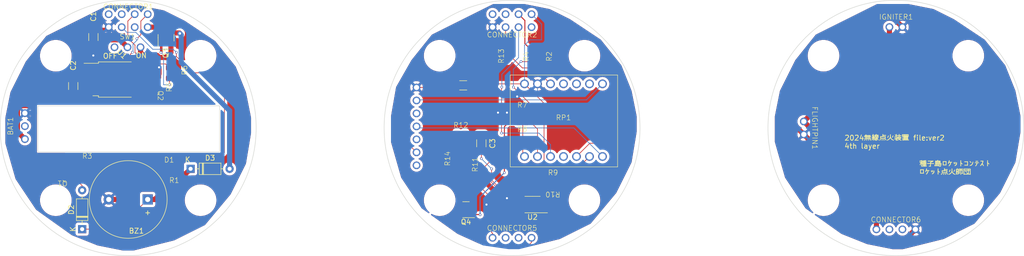
<source format=kicad_pcb>
(kicad_pcb (version 20221018) (generator pcbnew)
  (layers (0 "F.Cu" signal) (31 "B.Cu" power) (34 "B.Paste" user) (35 "F.Paste" user) (36 "B.SilkS" user "B.Silkscreen") (37 "F.SilkS" user "F.Silkscreen") (38 "B.Mask" user) (39 "F.Mask" user) (44 "Edge.Cuts" user))
  (net 0 "")
  (net 1 "Net-(BZ1--)")
  (net 2 "/GND1")
  (net 3 "/BAT+")
  (net 4 "Net-(U2-Vin-)")
  (net 5 "/POW")
  (net 6 "Net-(D1-A)")
  (net 7 "Net-(D2-A)")
  (net 8 "Net-(CONNECTOR5-Pad1)")
  (net 9 "Net-(Q4-D)")
  (net 10 "Net-(Q1-B)")
  (net 11 "Net-(Q2-C)")
  (net 12 "Net-(Q3-G)")
  (net 13 "/BAT1Z")
  (net 14 "Net-(TWE1-VCC)")
  (net 15 "/SDA")
  (net 16 "/SCL")
  (net 19 "/TEST")
  (net 20 "/RX")
  (net 21 "/TX")
  (net 29 "/IGNITE+1")
  (net 30 "Net-(U1-Q)")
  (net 31 "/BAT1")
  (net 32 "/GND2")
  (net 33 "/BAT2")
  (net 34 "Net-(U2-Vbus)")
  (net 35 "Net-(RP1-26)")
  (net 36 "Net-(RP1-27)")
  (net 37 "/IGNITE-2")
  (net 38 "/IGNITE+2")
  (net 39 "/ALART2")
  (net 40 "/3V3_2")
  (net 43 "Net-(CONNECTOR6-Pad1)")
  (net 46 "/GND4")
  (net 47 "/ALART1")
  (net 48 "/3V3_1")
  (net 49 "/Alart1")
  (footprint "screwhole:M3" (layer "F.Cu") (at 135.857864 85.857864 45)
    (fp_text reference "REF**" hide)
    (fp_text value "M3" hide)
  )
  (footprint "2pinconnector:1.05K" (layer "F.Cu") (at 67 107)
    (fp_text reference "R3")
    (fp_text value "1000")
  )
  (footprint "transistors:npn" (layer "F.Cu") (at 61.8796 107.524)
    (fp_text reference "Q1")
    (fp_text value "NPN")
  )
  (footprint "Buzzer_Beeper:Buzzer_15x7.5RM7.6" (layer "F.Cu") (at 78.8 114 180)
    (fp_text reference "BZ1")
    (fp_text value "Buzzer")
  )
  (footprint "screwhole:M3" (layer "F.Cu") (at 60.857864 85.857864 135)
    (fp_text reference "REF**" hide)
    (fp_text value "M3" hide)
  )
  (footprint "2pinconnector:SW" (layer "F.Cu") (at 74.860554 84.2)
    (fp_text reference "SW1")
    (fp_text value "SW_DPDT_x2")
  )
  (footprint "Capacitor_SMD:C_1206_3216Metric_Pad1.33x1.80mm_HandSolder" (layer "F.Cu") (at 144 103 -90)
    (fp_text reference "C3")
    (fp_text value "0.1u")
  )
  (footprint "Package_TO_SOT_SMD:SOT-23" (layer "F.Cu") (at 141 116 180)
    (fp_text reference "Q4")
    (fp_text value "2N7002")
  )
  (footprint "2pinconnector:30mil" (layer "F.Cu") (at 158 110)
    (fp_text reference "R9")
    (fp_text value "10000")
  )
  (footprint "MyConnector:4pin_looseconnector" (layer "F.Cu") (at 225 119.85)
    (fp_text reference "CONNECTOR6")
    (fp_text value "~")
  )
  (footprint "MyConnector:8pin_looseconnector" (layer "F.Cu") (at 150 79)
    (fp_text reference "CONNECTOR2")
    (fp_text value "~")
  )
  (footprint "screwhole:M3" (layer "F.Cu") (at 89.142136 85.857864 135)
    (fp_text reference "REF**" hide)
    (fp_text value "M3" hide)
  )
  (footprint "screwhole:M3" (layer "F.Cu") (at 89.142136 114.142136 135)
    (fp_text reference "REF**" hide)
    (fp_text value "M3" hide)
  )
  (footprint "Package_TO_SOT_SMD:TO-252-3_TabPin2" (layer "F.Cu") (at 72.499 90.518)
    (fp_text reference "U1")
    (fp_text value "LM2940")
  )
  (footprint "MyConnector:4pin_looseconnector" (layer "F.Cu") (at 150 121.5)
    (fp_text reference "CONNECTOR5")
    (fp_text value "~")
  )
  (footprint "2pinconnector:2pin_connector" (layer "F.Cu") (at 207 100 -90)
    (fp_text reference "FLIGHTPIN1")
    (fp_text value "~")
  )
  (footprint "2pinconnector:1.05K" (layer "F.Cu") (at 152 97 180)
    (fp_text reference "R7")
    (fp_text value "1000")
  )
  (footprint "screwhole:M3" (layer "F.Cu") (at 239.142136 114.142136)
    (fp_text reference "REF**" hide)
    (fp_text value "M3" hide)
  )
  (footprint "screwhole:M3" (layer "F.Cu") (at 60.857864 114.142136 135)
    (fp_text reference "REF**" hide)
    (fp_text value "M3" hide)
  )
  (footprint "2pinconnector:30mil" (layer "F.Cu") (at 140 101)
    (fp_text reference "R12")
    (fp_text value "4.7")
  )
  (footprint "Capacitor_SMD:C_1206_3216Metric_Pad1.33x1.80mm_HandSolder" (layer "F.Cu") (at 64.258 91.788 90)
    (fp_text reference "C2")
    (fp_text value "10μF")
  )
  (footprint "transistors:npn" (layer "F.Cu") (at 79.498 91.27365 90)
    (fp_text reference "Q2")
    (fp_text value "NPN")
  )
  (footprint "screwhole:M3" (layer "F.Cu") (at 164.142136 85.857864 45)
    (fp_text reference "REF**" hide)
    (fp_text value "M3" hide)
  )
  (footprint "Package_TO_SOT_SMD:SOT-23" (layer "F.Cu") (at 82.4 82.3375 90)
    (fp_text reference "Q3")
    (fp_text value "AO3401A")
  )
  (footprint "2pinconnector:3pin_connector" (layer "F.Cu") (at 54.812554 99.643429 90)
    (fp_text reference "BAT1")
    (fp_text value "~")
  )
  (footprint "Capacitor_SMD:C_1206_3216Metric_Pad1.33x1.80mm_HandSolder" (layer "F.Cu") (at 140.457 91.661 180)
    (fp_text reference "C4" hide)
    (fp_text value "0.1u" hide)
  )
  (footprint "Diode_THT:D_DO-35_SOD27_P7.62mm_Horizontal" (layer "F.Cu") (at 66 119.81 90)
    (fp_text reference "D2")
    (fp_text value "1N914")
  )
  (footprint "screwhole:M3" (layer "F.Cu") (at 210.857864 114.142136 45)
    (fp_text reference "REF**" hide)
    (fp_text value "M3" hide)
  )
  (footprint "2pinconnector:30mil" (layer "F.Cu") (at 152 99)
    (fp_text reference "R8")
    (fp_text value "100")
  )
  (footprint "2pinconnector:30mil" (layer "F.Cu") (at 84.832 89.248 90)
    (fp_text reference "R6")
    (fp_text value "10000")
  )
  (footprint "2pinconnector:1.05K" (layer "F.Cu") (at 83.054 89.248 90)
    (fp_text reference "R5")
    (fp_text value "510")
  )
  (footprint "screwhole:M3" (layer "F.Cu") (at 210.857864 85.857864 45)
    (fp_text reference "REF**" hide)
    (fp_text value "M3" hide)
  )
  (footprint "2pinconnector:2pin_connector" (layer "F.Cu") (at 225 80.25)
    (fp_text reference "IGNITER1")
    (fp_text value "~")
  )
  (footprint "Diode_THT:D_DO-35_SOD27_P7.62mm_Horizontal" (layer "F.Cu") (at 87.19 108)
    (fp_text reference "D3")
    (fp_text value "1N914")
  )
  (footprint "Capacitor_SMD:C_1206_3216Metric_Pad1.33x1.80mm_HandSolder" (layer "F.Cu") (at 68.2 82.2 90)
    (fp_text reference "C1")
    (fp_text value "10μF")
  )
  (footprint "Package_SO:VSSOP-10_3x3mm_P0.5mm" (layer "F.Cu") (at 154 115 180)
    (fp_text reference "U2")
    (fp_text value "INA226")
  )
  (footprint "screwhole:M3" (layer "F.Cu") (at 164.142136 114.142136 45)
    (fp_text reference "REF**" hide)
    (fp_text value "M3" hide)
  )
  (footprint "LEDS:SML-D12x1" (layer "F.Cu") (at 83 107.4)
    (fp_text reference "D1")
    (fp_text value "LED")
  )
  (footprint "2pinconnector:30mil" (layer "F.Cu") (at 144 109 90)
    (fp_text reference "R11")
    (fp_text value "4.7")
  )
  (footprint "MyConnector:8pin_looseconnector" (layer "F.Cu") (at 75 79)
    (fp_text reference "CONNECTOR1")
    (fp_text value "~")
  )
  (footprint "2pinconnector:30mil" (layer "F.Cu") (at 158 112)
    (fp_text reference "R10")
    (fp_text value "10000")
  )
  (footprint "2pinconnector:SeeedXiaoRP2040" (layer "F.Cu") (at 160.052 98.476)
    (fp_text reference "RP1")
    (fp_text value "~")
  )
  (footprint "2pinconnector:30mil" (layer "F.Cu") (at 156 86 90)
    (fp_text reference "R4")
    (fp_text value "10000")
  )
  (footprint "screwhole:M3" (layer "F.Cu") (at 135.857864 114.142136 45)
    (fp_text reference "REF**" hide)
    (fp_text value "M3" hide)
  )
  (footprint "2pinconnector:1.05K" (layer "F.Cu") (at 154 86 90)
    (fp_text reference "R2")
    (fp_text value "1000")
  )
  (footprint "screwhole:M3" (layer "F.Cu") (at 239.142136 85.857864)
    (fp_text reference "REF**" hide)
    (fp_text value "M3" hide)
  )
  (footprint "2pinconnector:TWELITE" (layer "F.Cu") (at 138.956 99.698 90)
    (fp_text reference "TWE1" hide)
    (fp_text value "~" hide)
  )
  (footprint "2pinconnector:30mil" (layer "F.Cu") (at 84 109)
    (fp_text reference "R1")
    (fp_text value "470")
  )
  (footprint "2pinconnector:0.002" (layer "F.Cu") (at 140 106 90)
    (fp_text reference "R14")
    (fp_text value "0.002")
  )
  (footprint "2pinconnector:30mil" (layer "F.Cu") (at 149 86 90)
    (fp_text reference "R13")
    (fp_text value "10000" hide)
  )
  (gr_circle (center 75 100) (end 57.32233 82.322331) (stroke (width 0.1)) (fill none) (layer "Edge.Cuts"))
  (gr_circle (center 225 100) (end 250 100) (stroke (width 0.1)) (fill none) (layer "Edge.Cuts"))
  (gr_circle (center 150 100) (end 175 100) (stroke (width 0.1)) (fill none) (layer "Edge.Cuts"))
  (gr_poly (pts (xy 92.854446 104.663429) (xy 57.354446 104.663429) (xy 57.354446 95.663429) (xy 92.854446 95.663429)) (stroke (width 0.1)) (fill none) (layer "Edge.Cuts"))
  (gr_text "OFF" (at 70 86.5) (layer "F.SilkS") (effects (font (size 1 1)) (justify left bottom)))
  (gr_text "種子島ロケットコンテスト\nロケット点火師団" (at 229.475 109.22) (layer "F.SilkS") (effects (font (size 1 1)) (justify left bottom)))
  (gr_text "2024無線点火装置 file:ver2\n4th layer" (at 214.87 104.14) (layer "F.SilkS") (effects (font (size 1 1)) (justify left bottom)))
  (gr_text "ON" (at 76.4 86.4) (layer "F.SilkS") (effects (font (size 1 1)) (justify left bottom)))
  (segment (start 80.194002 114) (end 78.8 114) (width 1) (layer "F.Cu") (net 1))
  (segment (start 86.19 109) (end 87.19 108) (width 1) (layer "F.Cu") (net 1))
  (segment (start 66 119.81) (end 72.99 119.81) (width 0.127) (layer "F.Cu") (net 1))
  (segment (start 84.762 109.432002) (end 80.194002 114) (width 1) (layer "F.Cu") (net 1))
  (segment (start 84.762 109) (end 86.19 109) (width 1) (layer "F.Cu") (net 1))
  (segment (start 84.762 109) (end 84.762 109.432002) (width 1) (layer "F.Cu") (net 1))
  (segment (start 72.99 119.81) (end 78.8 114) (width 0.127) (layer "F.Cu") (net 1))
  (segment (start 79.762 114) (end 78.8 114) (width 0.127) (layer "F.Cu") (net 1))
  (segment (start 67.459 86.541) (end 68.181 85.819) (width 1) (layer "F.Cu") (net 2))
  (segment (start 70.8225 80.6375) (end 71.19 80.27) (width 0.5) (layer "F.Cu") (net 2))
  (segment (start 64.258 90.2255) (end 66.2455 88.238) (width 1) (layer "F.Cu") (net 2))
  (segment (start 67.459 88.238) (end 67.459 86.541) (width 1) (layer "F.Cu") (net 2))
  (segment (start 68.2 80.6375) (end 70.8225 80.6375) (width 0.5) (layer "F.Cu") (net 2))
  (segment (start 66.2455 88.238) (end 67.459 88.238) (width 1) (layer "F.Cu") (net 2))
  (segment (start 75.175 114) (end 81.775 107.4) (width 1) (layer "F.Cu") (net 2))
  (segment (start 71.2 114) (end 75.175 114) (width 1) (layer "F.Cu") (net 2))
  (segment (start 81.022 89.39405) (end 81.022 88.2335) (width 1) (layer "F.Cu") (net 2))
  (via (at 68.181 85.819) (size 0.8) (drill 0.4) (layers "F.Cu" "B.Cu") (net 2))
  (via (at 81.022 88.133) (size 0.8) (drill 0.4) (layers "F.Cu" "B.Cu") (net 2))
  (segment (start 64.8 89.2) (end 64.8 87.006897) (width 1) (layer "B.Cu") (net 2))
  (segment (start 68.562 86.2) (end 79.089 86.2) (width 1) (layer "B.Cu") (net 2))
  (segment (start 68.181 85.819) (end 71.19 82.81) (width 1) (layer "B.Cu") (net 2))
  (segment (start 71.19 82.81) (end 71.19 80.27) (width 1) (layer "B.Cu") (net 2))
  (segment (start 79.089 86.2) (end 81.022 88.133) (width 1) (layer "B.Cu") (net 2))
  (segment (start 64.8 87.006897) (end 65.987897 85.819) (width 1) (layer "B.Cu") (net 2))
  (segment (start 56.654446 95.058983) (end 56.75 94.963429) (width 1) (layer "B.Cu") (net 2))
  (segment (start 59.036571 94.963429) (end 64.8 89.2) (width 1) (layer "B.Cu") (net 2))
  (segment (start 56.654446 97.103429) (end 56.654446 95.058983) (width 1) (layer "B.Cu") (net 2))
  (segment (start 68.181 85.819) (end 68.562 86.2) (width 1) (layer "B.Cu") (net 2))
  (segment (start 56.75 94.963429) (end 59.036571 94.963429) (width 1) (layer "B.Cu") (net 2))
  (segment (start 54.812554 97.103429) (end 56.654446 97.103429) (width 1) (layer "B.Cu") (net 2))
  (segment (start 65.987897 85.819) (end 68.181 85.819) (width 1) (layer "B.Cu") (net 2))
  (segment (start 58.15225 93.81025) (end 68.2 83.7625) (width 1) (layer "F.Cu") (net 3))
  (segment (start 65.544 94.713) (end 59.055 94.713) (width 1) (layer "F.Cu") (net 3))
  (segment (start 53.362554 95.637446) (end 56.325054 95.637446) (width 1) (layer "F.Cu") (net 3))
  (segment (start 67.459 92.798) (end 65.544 94.713) (width 1) (layer "F.Cu") (net 3))
  (segment (start 69.2125 82.75) (end 73.410554 82.75) (width 1) (layer "F.Cu") (net 3))
  (segment (start 59.055 94.713) (end 58.15225 93.81025) (width 1) (layer "F.Cu") (net 3))
  (segment (start 54.812554 102.183429) (end 53.362554 100.733429) (width 1) (layer "F.Cu") (net 3))
  (segment (start 53.362554 100.733429) (end 53.362554 95.637446) (width 1) (layer "F.Cu") (net 3))
  (segment (start 68.2 83.7625) (end 69.2125 82.75) (width 1) (layer "F.Cu") (net 3))
  (segment (start 73.410554 82.75) (end 74.860554 84.2) (width 1) (layer "F.Cu") (net 3))
  (segment (start 56.325054 95.637446) (end 58.15225 93.81025) (width 1) (layer "F.Cu") (net 3))
  (segment (start 147.7635 114.683748) (end 148.579752 115.5) (width 0.127) (layer "F.Cu") (net 4))
  (segment (start 146 103.4375) (end 146 106.238) (width 0.127) (layer "F.Cu") (net 4))
  (segment (start 146 106.238) (end 144 108.238) (width 0.127) (layer "F.Cu") (net 4))
  (segment (start 144.326281 108.9985) (end 147.7635 112.435719) (width 0.127) (layer "F.Cu") (net 4))
  (segment (start 144 101.4375) (end 146 103.4375) (width 0.127) (layer "F.Cu") (net 4))
  (segment (start 144 108.238) (end 144 108.9985) (width 0.127) (layer "F.Cu") (net 4))
  (segment (start 144 108.9985) (end 144.326281 108.9985) (width 0.127) (layer "F.Cu") (net 4))
  (segment (start 147.7635 112.435719) (end 147.7635 114.683748) (width 0.127) (layer "F.Cu") (net 4))
  (segment (start 148.579752 115.5) (end 151.8 115.5) (width 0.127) (layer "F.Cu") (net 4))
  (segment (start 152.432 91.364) (end 156.25 95.182) (width 0.127) (layer "F.Cu") (net 5))
  (segment (start 157.238 112) (end 157.238 110) (width 0.127) (layer "F.Cu") (net 5))
  (segment (start 152.432 91.364) (end 142.3165 91.364) (width 0.127) (layer "F.Cu") (net 5))
  (segment (start 142.3165 91.364) (end 142.0195 91.661) (width 0.127) (layer "F.Cu") (net 5))
  (segment (start 151.8 114) (end 153.8 112) (width 0.127) (layer "F.Cu") (net 5))
  (segment (start 156.25 109.012) (end 157.238 110) (width 0.127) (layer "F.Cu") (net 5))
  (segment (start 153.8 112) (end 157.238 112) (width 0.127) (layer "F.Cu") (net 5))
  (segment (start 156.25 95.182) (end 156.25 109.012) (width 0.127) (layer "F.Cu") (net 5))
  (segment (start 152.432 83.818) (end 153.5 82.75) (width 0.127) (layer "B.Cu") (net 5))
  (segment (start 155.75 82.75) (end 155.75 79.67) (width 0.127) (layer "B.Cu") (net 5))
  (segment (start 155.75 79.67) (end 153.81 77.73) (width 0.127) (layer "B.Cu") (net 5))
  (segment (start 153.5 82.75) (end 155.75 82.75) (width 0.127) (layer "B.Cu") (net 5))
  (segment (start 152.432 91.364) (end 152.432 83.818) (width 0.127) (layer "B.Cu") (net 5))
  (segment (start 84.225 108.013) (end 83.238 109) (width 0.127) (layer "F.Cu") (net 6))
  (segment (start 84.225 107.4) (end 84.225 108.013) (width 0.127) (layer "F.Cu") (net 6))
  (segment (start 66 112.19) (end 66 111.2888) (width 0.127) (layer "F.Cu") (net 7))
  (segment (start 66 111.2888) (end 63.7592 109.048) (width 0.127) (layer "F.Cu") (net 7))
  (segment (start 146 120.445) (end 146 113.75) (width 0.127) (layer "F.Cu") (net 8))
  (segment (start 138 105.968) (end 140 103.968) (width 0.127) (layer "F.Cu") (net 8))
  (segment (start 139.238 101) (end 139.238 103.206) (width 0.127) (layer "F.Cu") (net 8))
  (segment (start 146.19 120.635) (end 146.19 121.5) (width 0.127) (layer "F.Cu") (net 8))
  (segment (start 146 120.445) (end 146.19 120.635) (width 0.127) (layer "F.Cu") (net 8))
  (segment (start 139.238 103.206) (end 140 103.968) (width 0.127) (layer "F.Cu") (net 8))
  (segment (start 138 110) (end 138 105.968) (width 0.127) (layer "F.Cu") (net 8))
  (segment (start 138.75 110.75) (end 138 110) (width 0.127) (layer "F.Cu") (net 8))
  (segment (start 143 110.75) (end 138.75 110.75) (width 0.127) (layer "F.Cu") (net 8))
  (segment (start 146 113.75) (end 143 110.75) (width 0.127) (layer "F.Cu") (net 8))
  (segment (start 140.0625 118.0625) (end 140.0625 116) (width 0.127) (layer "F.Cu") (net 9))
  (segment (start 153.81 122.377) (end 153.187 123) (width 0.127) (layer "F.Cu") (net 9))
  (segment (start 153.187 123) (end 145 123) (width 0.127) (layer "F.Cu") (net 9))
  (segment (start 145 123) (end 140.0625 118.0625) (width 0.127) (layer "F.Cu") (net 9))
  (segment (start 153.81 121.5) (end 153.81 122.377) (width 0.127) (layer "F.Cu") (net 9))
  (segment (start 65.984 107) (end 64.984 106) (width 0.127) (layer "F.Cu") (net 10))
  (segment (start 64.984 106) (end 63.7592 106) (width 0.127) (layer "F.Cu") (net 10))
  (segment (start 82.292 87.47) (end 83.054 88.232) (width 0.127) (layer "F.Cu") (net 11))
  (segment (start 79.498 89.6163) (end 79.498 87.47) (width 0.127) (layer "F.Cu") (net 11))
  (segment (start 79.498 87.47) (end 82.292 87.47) (width 0.127) (layer "F.Cu") (net 11))
  (segment (start 84.578 90.264) (end 84.832 90.01) (width 0.127) (layer "F.Cu") (net 12))
  (segment (start 83.054 91.534) (end 83.054 90.264) (width 0.127) (layer "F.Cu") (net 12))
  (segment (start 81.45 83.275) (end 81.45 85.15) (width 0.5) (layer "F.Cu") (net 12))
  (segment (start 81.45 85.15) (end 81.4 85.2) (width 0.127) (layer "F.Cu") (net 12))
  (segment (start 83.054 90.264) (end 84.578 90.264) (width 0.127) (layer "F.Cu") (net 12))
  (via (at 81.4 85.2) (size 0.5) (drill 0.3) (layers "F.Cu" "B.Cu") (net 12))
  (via (at 83.054 91.534) (size 0.5) (drill 0.3) (layers "F.Cu" "B.Cu") (net 12))
  (segment (start 81.911 91.534) (end 83.054 91.534) (width 0.127) (layer "B.Cu") (net 12))
  (segment (start 81.4 85.2) (end 81.911 85.711) (width 0.127) (layer "B.Cu") (net 12))
  (segment (start 81.911 85.711) (end 81.911 91.534) (width 0.127) (layer "B.Cu") (net 12))
  (segment (start 82.33 80.27) (end 82.4 80.34) (width 1) (layer "F.Cu") (net 13))
  (segment (start 84.985 81.4) (end 85.086 81.501) (width 1) (layer "F.Cu") (net 13))
  (segment (start 82.4 81.4) (end 84.985 81.4) (width 1) (layer "F.Cu") (net 13))
  (segment (start 78.81 80.27) (end 82.33 80.27) (width 1) (layer "F.Cu") (net 13))
  (segment (start 78.83 80.25) (end 78.81 80.27) (width 1) (layer "F.Cu") (net 13))
  (segment (start 82.4 80.34) (end 82.4 81.4) (width 1) (layer "F.Cu") (net 13))
  (via (at 85.086 81.501) (size 0.8) (drill 0.5) (layers "F.Cu" "B.Cu") (net 13))
  (segment (start 85.35 87.156897) (end 94.81 96.616897) (width 1) (layer "B.Cu") (net 13))
  (segment (start 85.35 81.765) (end 85.35 87.156897) (width 1) (layer "B.Cu") (net 13))
  (segment (start 94.81 96.616897) (end 94.81 108) (width 1) (layer "B.Cu") (net 13))
  (segment (start 85.086 81.501) (end 85.35 81.765) (width 1) (layer "B.Cu") (net 13))
  (segment (start 146.012 89.75) (end 131.25 89.75) (width 0.127) (layer "F.Cu") (net 14))
  (segment (start 129.25 102.692) (end 131.336 104.778) (width 0.127) (layer "F.Cu") (net 14))
  (segment (start 131.25 89.75) (end 129.25 91.75) (width 0.127) (layer "F.Cu") (net 14))
  (segment (start 149 86.762) (end 146.012 89.75) (width 0.127) (layer "F.Cu") (net 14))
  (segment (start 129.25 91.75) (end 129.25 102.692) (width 0.127) (layer "F.Cu") (net 14))
  (segment (start 158.762 112.663) (end 156.925 114.5) (width 0.127) (layer "F.Cu") (net 15))
  (segment (start 162.592 105.588) (end 165.18 103) (width 0.127) (layer "F.Cu") (net 15))
  (segment (start 170 105.25) (end 165.25 110) (width 0.127) (layer "F.Cu") (net 15))
  (segment (start 165.25 110) (end 162.762 110) (width 0.127) (layer "F.Cu") (net 15))
  (segment (start 158.762 112) (end 158.762 112.663) (width 0.127) (layer "F.Cu") (net 15))
  (segment (start 160.762 112) (end 158.762 112) (width 0.127) (layer "F.Cu") (net 15))
  (segment (start 170 103) (end 170 105.25) (width 0.127) (layer "F.Cu") (net 15))
  (segment (start 165.18 103) (end 170 103) (width 0.127) (layer "F.Cu") (net 15))
  (segment (start 162.762 110) (end 160.762 112) (width 0.127) (layer "F.Cu") (net 15))
  (segment (start 156.925 114.5) (end 156.2 114.5) (width 0.127) (layer "F.Cu") (net 15))
  (segment (start 158.762 110) (end 158 110.762) (width 0.127) (layer "F.Cu") (net 16))
  (segment (start 158 110.762) (end 158 112.327781) (width 0.127) (layer "F.Cu") (net 16))
  (segment (start 160.72 110) (end 165.132 105.588) (width 0.127) (layer "F.Cu") (net 16))
  (segment (start 158.762 110) (end 160.72 110) (width 0.127) (layer "F.Cu") (net 16))
  (segment (start 158 112.327781) (end 156.327781 114) (width 0.127) (layer "F.Cu") (net 16))
  (segment (start 156.327781 114) (end 156.2 114) (width 0.127) (layer "F.Cu") (net 16))
  (segment (start 131.336 94.618) (end 131.454 94.5) (width 0.127) (layer "B.Cu") (net 20))
  (segment (start 131.454 94.5) (end 164.536 94.5) (width 0.127) (layer "B.Cu") (net 20))
  (segment (start 164.536 94.5) (end 167.672 91.364) (width 0.127) (layer "B.Cu") (net 20))
  (segment (start 162.084 100) (end 167.672 105.588) (width 0.127) (layer "B.Cu") (net 21))
  (segment (start 131.336 99.698) (end 131.638 100) (width 0.127) (layer "B.Cu") (net 21))
  (segment (start 131.638 100) (end 162.084 100) (width 0.127) (layer "B.Cu") (net 21))
  (segment (start 77.974 89.39405) (end 77.974 86.5825) (width 0.127) (layer "F.Cu") (net 29))
  (segment (start 74.926 79.074) (end 76.27 77.73) (width 0.127) (layer "F.Cu") (net 29))
  (segment (start 77.665856 86.5825) (end 76.323 85.239644) (width 0.127) (layer "F.Cu") (net 29))
  (segment (start 74.926 82.39) (end 74.926 79.074) (width 0.127) (layer "F.Cu") (net 29))
  (segment (start 77.974 86.5825) (end 77.665856 86.5825) (width 0.127) (layer "F.Cu") (net 29))
  (segment (start 76.323 83.787) (end 74.926 82.39) (width 0.127) (layer "F.Cu") (net 29))
  (segment (start 76.323 85.239644) (end 76.323 83.787) (width 0.127) (layer "F.Cu") (net 29))
  (segment (start 76.704 82.517) (end 77.466 81.755) (width 0.127) (layer "F.Cu") (net 30))
  (segment (start 77.466 81.755) (end 77.466 79.074) (width 0.127) (layer "F.Cu") (net 30))
  (segment (start 75.81 85.184) (end 75.434 85.56) (width 0.127) (layer "F.Cu") (net 30))
  (segment (start 64.258 93.3505) (end 64.6265 93.3505) (width 0.127) (layer "F.Cu") (net 30))
  (segment (start 77.466 79.074) (end 78.81 77.73) (width 0.127) (layer "F.Cu") (net 30))
  (segment (start 73.759 90.518) (end 67.459 90.518) (width 0.127) (layer "F.Cu") (net 30))
  (segment (start 75.434 85.56) (end 75.434 88.993) (width 0.127) (layer "F.Cu") (net 30))
  (segment (start 64.6265 93.3505) (end 67.459 90.518) (width 0.127) (layer "F.Cu") (net 30))
  (via (at 76.704 82.517) (size 0.5) (drill 0.3) (layers "F.Cu" "B.Cu") (net 30))
  (via (at 75.81 85.184) (size 0.5) (drill 0.3) (layers "F.Cu" "B.Cu") (net 30))
  (segment (start 76.704 82.8345) (end 76.704 82.517) (width 0.127) (layer "B.Cu") (net 30))
  (segment (start 75.942 85.052) (end 75.942 83.5965) (width 0.127) (layer "B.Cu") (net 30))
  (segment (start 75.942 83.5965) (end 76.704 82.8345) (width 0.127) (layer "B.Cu") (net 30))
  (segment (start 75.81 85.184) (end 75.942 85.052) (width 0.127) (layer "B.Cu") (net 30))
  (segment (start 77.400554 85.237446) (end 77.400554 84.2) (width 1) (layer "F.Cu") (net 31))
  (segment (start 77.982108 85.819) (end 80.675497 85.819) (width 1) (layer "F.Cu") (net 31))
  (segment (start 83.35 83.275) (end 83.35 85.2) (width 1) (layer "F.Cu") (net 31))
  (segment (start 80.675497 85.819) (end 81.056497 86.2) (width 1) (layer "F.Cu") (net 31))
  (segment (start 82.35 86.2) (end 83.520248 86.2) (width 1) (layer "F.Cu") (net 31))
  (segment (start 83.520248 86.2) (end 84.832 87.511752) (width 1) (layer "F.Cu") (net 31))
  (segment (start 83.35 85.2) (end 82.35 86.2) (width 1) (layer "F.Cu") (net 31))
  (segment (start 77.982108 85.819) (end 77.400554 85.237446) (width 1) (layer "F.Cu") (net 31))
  (segment (start 84.832 87.511752) (end 84.832 88.486) (width 1) (layer "F.Cu") (net 31))
  (segment (start 81.056497 86.2) (end 82.35 86.2) (width 1) (layer "F.Cu") (net 31))
  (segment (start 138.8945 93.1445) (end 142.75 97) (width 0.127) (layer "F.Cu") (net 32))
  (segment (start 150 113.75) (end 150.6865 114.4365) (width 0.6) (layer "F.Cu") (net 32))
  (segment (start 138.4775 92.078) (end 138.8945 91.661) (width 0.127) (layer "F.Cu") (net 32))
  (segment (start 149 113.75) (end 150 113.75) (width 1) (layer "F.Cu") (net 32))
  (segment (start 131.336 92.078) (end 138.4775 92.078) (width 0.127) (layer "F.Cu") (net 32))
  (segment (start 138.8945 91.661) (end 138.8945 93.1445) (width 0.127) (layer "F.Cu") (net 32))
  (segment (start 149 97) (end 150.984 97) (width 0.127) (layer "F.Cu") (net 32))
  (segment (start 142.75 97) (end 147.25 97) (width 0.127) (layer "F.Cu") (net 32))
  (segment (start 150.984 97) (end 150.984 93.853) (width 0.127) (layer "F.Cu") (net 32))
  (segment (start 150.984 93.853) (end 151 93.837) (width 0.127) (layer "F.Cu") (net 32))
  (segment (start 144.95 115.05) (end 145 115) (width 1) (layer "F.Cu") (net 32))
  (segment (start 141.9375 115.05) (end 144.95 115.05) (width 1) (layer "F.Cu") (net 32))
  (segment (start 150.75 114.5) (end 151.8 114.5) (width 0.3) (layer "F.Cu") (net 32))
  (via (at 149 113.75) (size 0.8) (drill 0.4) (layers "F.Cu" "B.Cu") (net 32))
  (via (at 147.25 97) (size 0.8) (drill 0.4) (layers "F.Cu" "B.Cu") (net 32))
  (via (at 151 93.837) (size 0.8) (drill 0.4) (layers "F.Cu" "B.Cu") (net 32))
  (via (at 145 115) (size 0.8) (drill 0.4) (layers "F.Cu" "B.Cu") (net 32))
  (via (at 149 97) (size 0.8) (drill 0.4) (layers "F.Cu" "B.Cu") (net 32))
  (segment (start 154.972 93.028) (end 154.972 91.364) (width 0.127) (layer "B.Cu") (net 32))
  (segment (start 146.19 91.69) (end 148.2365 93.7365) (width 1) (layer "B.Cu") (net 32))
  (segment (start 154.163 93.837) (end 154.972 93.028) (width 0.127) (layer "B.Cu") (net 32))
  (segment (start 147.75 115) (end 145 115) (width 1) (layer "B.Cu") (net 32))
  (segment (start 151 93.837) (end 154.163 93.837) (width 0.127) (layer "B.Cu") (net 32))
  (segment (start 147.25 97) (end 149 97) (width 0.127) (layer "B.Cu") (net 32))
  (segment (start 149 113.75) (end 147.75 115) (width 1) (layer "B.Cu") (net 32))
  (segment (start 146.19 80.27) (end 146.19 91.69) (width 1) (layer "B.Cu") (net 32))
  (segment (start 148.2365 93.7365) (end 151 93.7365) (width 1) (layer "B.Cu") (net 32))
  (segment (start 141.73 109.762) (end 144 109.762) (width 1) (layer "F.Cu") (net 33))
  (segment (start 140 108.032) (end 141.73 109.762) (width 1) (layer "F.Cu") (net 33))
  (segment (start 144 109.762) (end 147 112.762) (width 1) (layer "F.Cu") (net 33))
  (segment (start 148.35 116.35) (end 151.8 116.35) (width 1) (layer "F.Cu") (net 33))
  (segment (start 147 112.762) (end 147 115) (width 1) (layer "F.Cu") (net 33))
  (segment (start 147 115) (end 148.35 116.35) (width 1) (layer "F.Cu") (net 33))
  (segment (start 146 110.209771) (end 146 108) (width 0.127) (layer "F.Cu") (net 34))
  (segment (start 151.8 115) (end 148.5422 115) (width 0.127) (layer "F.Cu") (net 34))
  (segment (start 148.0905 114.5483) (end 148.0905 112.300271) (width 0.127) (layer "F.Cu") (net 34))
  (segment (start 148.5422 115) (end 148.0905 114.5483) (width 0.127) (layer "F.Cu") (net 34))
  (segment (start 148.0905 112.300271) (end 146 110.209771) (width 0.127) (layer "F.Cu") (net 34))
  (segment (start 144 104.238) (end 140.762 101) (width 0.127) (layer "F.Cu") (net 34))
  (segment (start 144 104.5625) (end 144 104.238) (width 0.127) (layer "F.Cu") (net 34))
  (segment (start 144 106) (end 144 104.5625) (width 0.127) (layer "F.Cu") (net 34))
  (via (at 144 106) (size 0.5) (drill 0.3) (layers "F.Cu" "B.Cu") (net 34))
  (via (at 146 108) (size 0.5) (drill 0.3) (layers "F.Cu" "B.Cu") (net 34))
  (segment (start 146 108) (end 144 106) (width 0.127) (layer "B.Cu") (net 34))
  (segment (start 151.766 87.016) (end 154 87.016) (width 0.127) (layer "F.Cu") (net 35))
  (segment (start 151.75 87) (end 151.766 87.016) (width 0.127) (layer "F.Cu") (net 35))
  (segment (start 153.5 98) (end 153.845768 97.654232) (width 0.127) (layer "F.Cu") (net 35))
  (segment (start 153.845768 97.654232) (end 153.845768 95.595768) (width 0.127) (layer "F.Cu") (net 35))
  (segment (start 153.845768 95.595768) (end 150.25 92) (width 0.127) (layer "F.Cu") (net 35))
  (segment (start 152.530066 98) (end 153.5 98) (width 0.127) (layer "F.Cu") (net 35))
  (segment (start 152.095262 105.251262) (end 152.095262 98.434804) (width 0.127) (layer "F.Cu") (net 35))
  (segment (start 152.432 105.588) (end 152.095262 105.251262) (width 0.127) (layer "F.Cu") (net 35))
  (segment (start 152.095262 98.434804) (end 152.530066 98) (width 0.127) (layer "F.Cu") (net 35))
  (via (at 150.25 92) (size 0.5) (drill 0.3) (layers "F.Cu" "B.Cu") (net 35))
  (via (at 151.75 87) (size 0.5) (drill 0.3) (layers "F.Cu" "B.Cu") (net 35))
  (segment (start 150.25 88.5) (end 150.25 92) (width 0.127) (layer "B.Cu") (net 35))
  (segment (start 151.75 87) (end 150.25 88.5) (width 0.127) (layer "B.Cu") (net 35))
  (segment (start 152.762 99) (end 153.75 99) (width 0.127) (layer "F.Cu") (net 36))
  (segment (start 153.75 99) (end 154.972 100.222) (width 0.127) (layer "F.Cu") (net 36))
  (segment (start 154.972 100.222) (end 154.972 105.588) (width 0.127) (layer "F.Cu") (net 36))
  (segment (start 148.5 108.75) (end 148.5 99.75) (width 0.2) (layer "F.Cu") (net 37))
  (segment (start 141.9375 116.95) (end 143.7 116.95) (width 0.2) (layer "F.Cu") (net 37))
  (segment (start 143.7 116.95) (end 143.75 117) (width 0.2) (layer "F.Cu") (net 37))
  (segment (start 148.5 99.75) (end 149.25 99) (width 0.2) (layer "F.Cu") (net 37))
  (segment (start 151.238 99) (end 151.238 98.778) (width 0.2) (layer "F.Cu") (net 37))
  (segment (start 151.238 98.778) (end 153.016 97) (width 0.2) (layer "F.Cu") (net 37))
  (segment (start 149.25 99) (end 151.238 99) (width 0.2) (layer "F.Cu") (net 37))
  (via (at 148.5 108.75) (size 0.5) (drill 0.3) (layers "F.Cu" "B.Cu") (net 37))
  (via (at 143.75 117) (size 0.5) (drill 0.3) (layers "F.Cu" "B.Cu") (net 37))
  (segment (start 143.75 113.5) (end 148.5 108.75) (width 0.2) (layer "B.Cu") (net 37))
  (segment (start 143.75 117) (end 143.75 113.5) (width 0.2) (layer "B.Cu") (net 37))
  (segment (start 152.5 83.484) (end 154 84.984) (width 0.2) (layer "F.Cu") (net 38))
  (segment (start 151.27 77.73) (end 152.5 78.96) (width 0.2) (layer "F.Cu") (net 38))
  (segment (start 155.746 84.984) (end 156 85.238) (width 0.2) (layer "F.Cu") (net 38))
  (segment (start 154 84.984) (end 155.746 84.984) (width 0.2) (layer "F.Cu") (net 38))
  (segment (start 152.5 78.96) (end 152.5 83.484) (width 0.2) (layer "F.Cu") (net 38))
  (segment (start 147.9505 101) (end 147.9505 92.0495) (width 0.127) (layer "F.Cu") (net 39))
  (segment (start 147.9505 92.0495) (end 148 92) (width 0.127) (layer "F.Cu") (net 39))
  (via (at 148 92) (size 0.5) (drill 0.3) (layers "F.Cu" "B.Cu") (net 39))
  (via (at 147.9505 101) (size 0.5) (drill 0.3) (layers "F.Cu" "B.Cu") (net 39))
  (segment (start 157.512 103.262) (end 157.25 103) (width 0.127) (layer "B.Cu") (net 39))
  (segment (start 157.25 103) (end 155.25 101) (width 0.127) (layer "B.Cu") (net 39))
  (segment (start 148 92) (end 148 89.5) (width 0.127) (layer "B.Cu") (net 39))
  (segment (start 157.512 105.588) (end 157.512 103.262) (width 0.127) (layer "B.Cu") (net 39))
  (segment (start 155.25 101) (end 147.9505 101) (width 0.127) (layer "B.Cu") (net 39))
  (segment (start 148 89.5) (end 151.27 86.23) (width 0.127) (layer "B.Cu") (net 39))
  (segment (start 151.27 86.23) (end 151.27 80.27) (width 0.127) (layer "B.Cu") (net 39))
  (segment (start 149 85.238) (end 152.012 88.25) (width 0.127) (layer "F.Cu") (net 40))
  (segment (start 154.398 88.25) (end 157.512 91.364) (width 0.127) (layer "F.Cu") (net 40))
  (segment (start 148.73 80.27) (end 148.73 84.968) (width 0.127) (layer "F.Cu") (net 40))
  (segment (start 152.012 88.25) (end 154.398 88.25) (width 0.127) (layer "F.Cu") (net 40))
  (segment (start 148.73 84.968) (end 149 85.238) (width 0.127) (layer "F.Cu") (net 40))
  (segment (start 207 98.73) (end 221.19 112.92) (width 1) (layer "F.Cu") (net 43))
  (segment (start 223.73 80.25) (end 223.73 82) (width 1) (layer "F.Cu") (net 43))
  (segment (start 223.73 82) (end 207 98.73) (width 1) (layer "F.Cu") (net 43))
  (segment (start 221.19 112.92) (end 221.19 119.85) (width 1) (layer "F.Cu") (net 43))
  (segment (start 219 113.27) (end 207 101.27) (width 1) (layer "F.Cu") (net 46))
  (segment (start 228.81 119.85) (end 226.66 122) (width 1) (layer "F.Cu") (net 46))
  (segment (start 205 99.27) (end 207 101.27) (width 1) (layer "F.Cu") (net 46))
  (segment (start 205 97.5) (end 205 99.27) (width 1) (layer "F.Cu") (net 46))
  (segment (start 219 120.5) (end 219 113.27) (width 1) (layer "F.Cu") (net 46))
  (segment (start 224.52 78.5) (end 223 78.5) (width 1) (layer "F.Cu") (net 46))
  (segment (start 226.66 122) (end 220.5 122) (width 1) (layer "F.Cu") (net 46))
  (segment (start 223 78.5) (end 222 79.5) (width 1) (layer "F.Cu") (net 46))
  (segment (start 222 80.5) (end 205 97.5) (width 1) (layer "F.Cu") (net 46))
  (segment (start 226.27 80.25) (end 224.52 78.5) (width 1) (layer "F.Cu") (net 46))
  (segment (start 220.5 122) (end 219 120.5) (width 1) (layer "F.Cu") (net 46))
  (segment (start 222 79.5) (end 222 80.5) (width 1) (layer "F.Cu") (net 46))
  (segment (start 93.8 104.8) (end 93.8 91.2) (width 0.127) (layer "F.Cu") (net 48))
  (segment (start 92.8 105.8) (end 93.8 104.8) (width 0.127) (layer "F.Cu") (net 48))
  (segment (start 65.840389 109.423043) (end 74.576957 109.423043) (width 0.127) (layer "F.Cu") (net 48))
  (segment (start 78.2 105.8) (end 92.8 105.8) (width 0.127) (layer "F.Cu") (net 48))
  (segment (start 90.635373 89.2) (end 87.6 89.2) (width 0.127) (layer "F.Cu") (net 48))
  (segment (start 93.8 91.2) (end 92 89.4) (width 0.127) (layer "F.Cu") (net 48))
  (segment (start 63.941346 107.524) (end 65.840389 109.423043) (width 0.127) (layer "F.Cu") (net 48))
  (segment (start 87.6 89.2) (end 84.4 86) (width 0.127) (layer "F.Cu") (net 48))
  (segment (start 61.0541 107.524) (end 63.941346 107.524) (width 0.127) (layer "F.Cu") (net 48))
  (segment (start 74.576957 109.423043) (end 78.2 105.8) (width 0.127) (layer "F.Cu") (net 48))
  (segment (start 90.835373 89.4) (end 90.635373 89.2) (width 0.127) (layer "F.Cu") (net 48))
  (segment (start 84.4 86) (end 84.4 85.2) (width 0.127) (layer "F.Cu") (net 48))
  (segment (start 92 89.4) (end 90.835373 89.4) (width 0.127) (layer "F.Cu") (net 48))
  (via (at 84.4 85.2) (size 0.5) (drill 0.3) (layers "F.Cu" "B.Cu") (net 48))
  (segment (start 83.8 84.6) (end 79.8 84.6) (width 0.127) (layer "B.Cu") (net 48))
  (segment (start 84.4 85.2) (end 83.8 84.6) (width 0.127) (layer "B.Cu") (net 48))
  (segment (start 79.8 84.6) (end 76.4835 81.2835) (width 0.127) (layer "B.Cu") (net 48))
  (segment (start 76.4835 81.2835) (end 74.7435 81.2835) (width 0.127) (layer "B.Cu") (net 48))
  (segment (start 74.7435 81.2835) (end 73.73 80.27) (width 0.127) (layer "B.Cu") (net 48))
  (zone (net 32) (net_name "/GND2") (layers "F&B.Cu") (connect_pads (clearance 0.5)) (min_thickness 0.25) (fill yes (thermal_gap 0.5) (thermal_bridge_width 0.5))
    (polygon (pts (xy 146.346154 75.730769) (xy 134.346154 81.730769) (xy 130.346154 86.730769) (xy 127.346154 92) (xy 126.346154 97.730769) (xy 126.346154 102.730769) (xy 128.346154 109.730769) (xy 132.346154 115.730769) (xy 139.346154 120.730769) (xy 144.346154 123) (xy 149.346154 123.730769) (xy 151.346154 123.730769) (xy 159.346154 121.730769) (xy 165.346154 118.730769) (xy 170.346154 112.730769) (xy 173.346154 106.730769) (xy 174.346154 100.730769) (xy 174.346154 97.730769) (xy 173.346154 92.730769) (xy 171.346154 87.730769) (xy 167.346154 82.730769) (xy 161.346154 78.730769) (xy 157.346154 76.730769) (xy 152.346154 75.730769)))
  )
  (zone (net 2) (net_name "/GND1") (layers "F&B.Cu") (connect_pads (clearance 0.5)) (min_thickness 0.25) (fill yes (thermal_gap 0.5) (thermal_bridge_width 0.5))
    (polygon (pts (xy 71 76) (xy 59 82) (xy 55 87) (xy 52 93) (xy 51 98) (xy 51 103) (xy 53 110) (xy 57 116) (xy 64 121) (xy 69 123) (xy 74 124) (xy 76 124) (xy 84 122) (xy 90 119) (xy 95 113) (xy 98 107) (xy 99 101) (xy 99 98) (xy 98 93) (xy 96 88) (xy 92 83) (xy 86 79) (xy 82 77) (xy 77 76)))
  )
  (zone (net 46) (net_name "/GND4") (layers "F&B.Cu") (connect_pads (clearance 0.5)) (min_thickness 0.25) (fill yes (thermal_gap 0.5) (thermal_bridge_width 0.5))
    (polygon (pts (xy 221.346154 75.730769) (xy 209.346154 81.730769) (xy 205.346154 86.730769) (xy 202.346154 92.730769) (xy 201.346154 97.730769) (xy 201.346154 102.730769) (xy 203.346154 109.730769) (xy 207.346154 115.730769) (xy 214.346154 120.730769) (xy 219.346154 122.730769) (xy 224.346154 123.730769) (xy 226.346154 123.730769) (xy 234.346154 121.730769) (xy 240.346154 118.730769) (xy 245.346154 112.730769) (xy 248.346154 106.730769) (xy 249.346154 100.730769) (xy 249.346154 97.730769) (xy 248.346154 92.730769) (xy 246.346154 87.730769) (xy 242.346154 82.730769) (xy 236.346154 78.730769) (xy 232.346154 76.730769) (xy 227.346154 75.730769)))
  )
)
</source>
